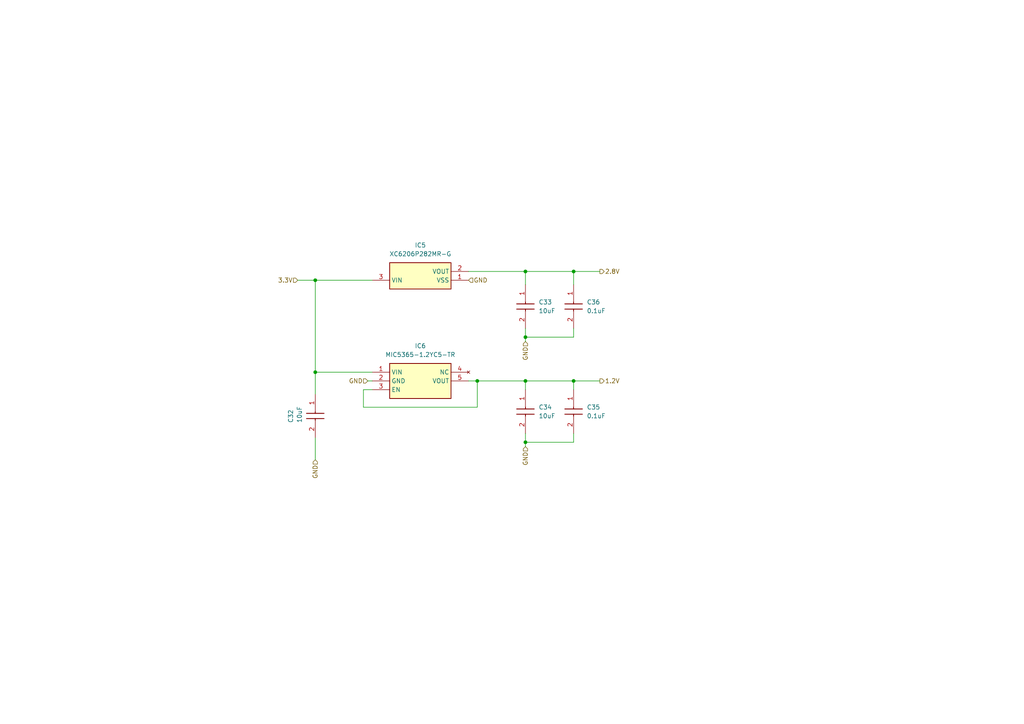
<source format=kicad_sch>
(kicad_sch (version 20250114) (generator "eeschema") (generator_version "9.0")
  (paper "A4")
  (lib_symbols
    (symbol "SamacSys_Parts:C0603C104K5RACTU" (pin_names (hide yes))
      (property "Reference" "C" (at 8.89 6.35 0))
      (property "Value" "C0603C104K5RACTU" (at 8.89 3.81 0))
      (symbol "C0603C104K5RACTU_1_1"
        (polyline (pts (xy 5.08 0) (xy 5.588 0)) (stroke (width 0.254)))
        (polyline (pts (xy 5.588 2.54) (xy 5.588 -2.54)) (stroke (width 0.254)))
        (polyline (pts (xy 7.112 2.54) (xy 7.112 -2.54)) (stroke (width 0.254)))
        (polyline (pts (xy 7.112 0) (xy 7.62 0)) (stroke (width 0.254)))
        (pin passive line (at 0 0 0) (length 5.08) (name "1") (number "1"))
        (pin passive line (at 12.7 0 180) (length 5.08) (name "2") (number "2"))
      )
    )
    (symbol "SamacSys_Parts:CL21A106KAYNNNE" (pin_names (hide yes))
      (property "Reference" "C" (at 8.89 6.35 0))
      (property "Value" "CL21A106KAYNNNE" (at 8.89 3.81 0))
      (symbol "CL21A106KAYNNNE_1_1"
        (polyline (pts (xy 5.08 0) (xy 5.588 0)) (stroke (width 0.254)))
        (polyline (pts (xy 5.588 2.54) (xy 5.588 -2.54)) (stroke (width 0.254)))
        (polyline (pts (xy 7.112 2.54) (xy 7.112 -2.54)) (stroke (width 0.254)))
        (polyline (pts (xy 7.112 0) (xy 7.62 0)) (stroke (width 0.254)))
        (pin passive line (at 0 0 0) (length 5.08) (name "1") (number "1"))
        (pin passive line (at 12.7 0 180) (length 5.08) (name "2") (number "2"))
      )
    )
    (symbol "SamacSys_Parts:MIC5365-1.2YC5-TR"
      (property "Reference" "IC" (at 24.13 7.62 0))
      (property "Value" "MIC5365-1.2YC5-TR" (at 24.13 5.08 0))
      (symbol "MIC5365-1.2YC5-TR_1_1"
        (rectangle (start 5.08 2.54) (end 22.86 -7.62) (stroke (width 0.254)) (fill (type background)))
        (pin passive line (at 0 0 0) (length 5.08) (name "VIN") (number "1"))
        (pin passive line (at 0 -2.54 0) (length 5.08) (name "GND") (number "2"))
        (pin passive line (at 0 -5.08 0) (length 5.08) (name "EN") (number "3"))
        (pin no_connect line (at 27.94 0 180) (length 5.08) (name "NC") (number "4"))
        (pin passive line (at 27.94 -2.54 180) (length 5.08) (name "VOUT") (number "5"))
      )
    )
    (symbol "SamacSys_Parts:XC6206P282MR-G"
      (property "Reference" "IC" (at 24.13 7.62 0))
      (property "Value" "XC6206P282MR-G" (at 24.13 5.08 0))
      (symbol "XC6206P282MR-G_1_1"
        (rectangle (start 5.08 2.54) (end 22.86 -5.08) (stroke (width 0.254)) (fill (type background)))
        (pin passive line (at 0 0 0) (length 5.08) (name "VSS") (number "1"))
        (pin passive line (at 0 -2.54 0) (length 5.08) (name "VOUT") (number "2"))
        (pin passive line (at 27.94 0 180) (length 5.08) (name "VIN") (number "3"))
      )
    )
  )
  (junction (at 91.44 107.95))
  (junction (at 152.4 128.27))
  (junction (at 166.37 78.74))
  (junction (at 152.4 78.74))
  (junction (at 91.44 81.28))
  (junction (at 138.43 110.49))
  (junction (at 166.37 110.49))
  (junction (at 152.4 110.49))
  (junction (at 152.4 97.79))
  (wire (pts (xy 152.4 78.74) (xy 135.89 78.74)))
  (wire (pts (xy 152.4 97.79) (xy 166.37 97.79)))
  (wire (pts (xy 105.41 113.03) (xy 107.95 113.03)))
  (wire (pts (xy 152.4 128.27) (xy 166.37 128.27)))
  (wire (pts (xy 152.4 82.55) (xy 152.4 78.74)))
  (wire (pts (xy 105.41 113.03) (xy 105.41 118.11)))
  (wire (pts (xy 152.4 113.03) (xy 152.4 110.49)))
  (wire (pts (xy 152.4 128.27) (xy 152.4 125.73)))
  (wire (pts (xy 166.37 125.73) (xy 166.37 128.27)))
  (wire (pts (xy 105.41 118.11) (xy 138.43 118.11)))
  (wire (pts (xy 152.4 110.49) (xy 166.37 110.49)))
  (wire (pts (xy 152.4 78.74) (xy 166.37 78.74)))
  (wire (pts (xy 91.44 107.95) (xy 91.44 114.3)))
  (wire (pts (xy 166.37 82.55) (xy 166.37 78.74)))
  (wire (pts (xy 152.4 97.79) (xy 152.4 95.25)))
  (wire (pts (xy 138.43 118.11) (xy 138.43 110.49)))
  (wire (pts (xy 91.44 107.95) (xy 107.95 107.95)))
  (wire (pts (xy 166.37 95.25) (xy 166.37 97.79)))
  (wire (pts (xy 91.44 127) (xy 91.44 133.35)))
  (wire (pts (xy 166.37 110.49) (xy 173.99 110.49)))
  (wire (pts (xy 86.36 81.28) (xy 91.44 81.28)))
  (wire (pts (xy 152.4 129.54) (xy 152.4 128.27)))
  (wire (pts (xy 152.4 99.06) (xy 152.4 97.79)))
  (wire (pts (xy 135.89 110.49) (xy 138.43 110.49)))
  (wire (pts (xy 166.37 113.03) (xy 166.37 110.49)))
  (wire (pts (xy 106.68 110.49) (xy 107.95 110.49)))
  (wire (pts (xy 138.43 110.49) (xy 152.4 110.49)))
  (wire (pts (xy 91.44 81.28) (xy 107.95 81.28)))
  (wire (pts (xy 166.37 78.74) (xy 173.99 78.74)))
  (wire (pts (xy 91.44 81.28) (xy 91.44 107.95)))
  (hierarchical_label "2.8V" (shape output) (at 173.99 78.74 0))
  (hierarchical_label "GND" (shape input) (at 135.89 81.28 0))
  (hierarchical_label "GND" (shape input) (at 91.44 133.35 270))
  (hierarchical_label "GND" (shape input) (at 152.4 129.54 270))
  (hierarchical_label "GND" (shape input) (at 106.68 110.49 180))
  (hierarchical_label "1.2V" (shape output) (at 173.99 110.49 0))
  (hierarchical_label "3.3V" (shape input) (at 86.36 81.28 180))
  (hierarchical_label "GND" (shape input) (at 152.4 99.06 270))
  (symbol (lib_id "SamacSys_Parts:CL21A106KAYNNNE") (at 152.4 82.55 270) (unit 1)
    (property "Reference" "C33" (at 156.21 87.6299 90) (effects (justify left)))
    (property "Value" "10uF" (at 156.21 90.1699 90) (effects (justify left)))
    (property "Footprint" "CAPC2012X145N" (effects (hide yes)))
    (property "Datasheet" "https://datasheet.datasheetarchive.com/originals/distributors/Datasheets_SAMA/6a45835c9b7400e9b49c55c38a8ff4a2.pdf" (effects (hide yes)))
    (property "Description" "Samsung" (effects (hide yes)))
    (property "Height" "1.45" (effects (hide yes)))
    (property "Manufacturer_Name" "SAMSUNG" (effects (hide yes)))
    (property "Manufacturer_Part_Number" "CL21A106KAYNNNE" (effects (hide yes)))
    (property "Mouser Part Number" "187-CL21A106KAYNNNE" (effects (hide yes)))
    (property "Mouser Price/Stock" "https://www.mouser.co.uk/ProductDetail/Samsung-Electro-Mechanics/CL21A106KAYNNNE?qs=yOVawPpwOwmTXAd4dJtNjA%3D%3D" (effects (hide yes)))
    (property "Arrow Part Number" "CL21A106KAYNNNE" (effects (hide yes)))
    (property "Arrow Price/Stock" "https://www.arrow.com/en/products/cl21a106kaynnne/samsung-electro-mechanics?utm_currency=USD&region=nac" (effects (hide yes)))
  )
  (symbol (lib_id "SamacSys_Parts:MIC5365-1.2YC5-TR") (at 107.95 107.95 0) (unit 1)
    (property "Reference" "IC6" (at 121.92 100.33 0))
    (property "Value" "MIC5365-1.2YC5-TR" (at 121.92 102.87 0))
    (property "Footprint" "SOT65P210X110-5N" (effects (hide yes)))
    (property "Datasheet" "http://www.microchip.com/mymicrochip/filehandler.aspx?ddocname=en580022" (effects (hide yes)))
    (property "Description" "LDO Voltage Regulators Ultra Small Single 150mA LDO" (effects (hide yes)))
    (property "Height" "1.1" (effects (hide yes)))
    (property "Manufacturer_Name" "Microchip" (effects (hide yes)))
    (property "Manufacturer_Part_Number" "MIC5365-1.2YC5-TR" (effects (hide yes)))
    (property "Mouser Part Number" "998-MIC5365-1.2YC5TR" (effects (hide yes)))
    (property "Mouser Price/Stock" "https://www.mouser.co.uk/ProductDetail/Microchip-Technology/MIC5365-1.2YC5-TR?qs=U6T8BxXiZAVvXvc3oHLLAQ%3D%3D" (effects (hide yes)))
    (property "Arrow Part Number" "MIC5365-1.2YC5-TR" (effects (hide yes)))
    (property "Arrow Price/Stock" "https://www.arrow.com/en/products/mic5365-1.2yc5-tr/microchip-technology?region=nac" (effects (hide yes)))
  )
  (symbol (lib_id "SamacSys_Parts:XC6206P282MR-G") (at 135.89 81.28 180) (unit 1)
    (property "Reference" "IC5" (at 121.92 71.12 0))
    (property "Value" "XC6206P282MR-G" (at 121.92 73.66 0))
    (property "Footprint" "SOT95P280X130-3N" (effects (hide yes)))
    (property "Datasheet" "https://www.torexsemi.com/file/xc6206/XC6206.pdf" (effects (hide yes)))
    (property "Description" "LDO Voltage Regulators 1uA Low Quiescent 3 Terminal, Low ESR Cap. Compatible, Voltage Regulator" (effects (hide yes)))
    (property "Height" "1.3" (effects (hide yes)))
    (property "Manufacturer_Name" "Torex" (effects (hide yes)))
    (property "Manufacturer_Part_Number" "XC6206P282MR-G" (effects (hide yes)))
    (property "Mouser Part Number" "865-XC6206P282MR-G" (effects (hide yes)))
    (property "Mouser Price/Stock" "https://www.mouser.co.uk/ProductDetail/Torex-Semiconductor/XC6206P282MR-G?qs=AsjdqWjXhJ%2Fpd3DOBopSeA%3D%3D" (effects (hide yes)))
  )
  (symbol (lib_id "SamacSys_Parts:CL21A106KAYNNNE") (at 152.4 113.03 270) (unit 1)
    (property "Reference" "C34" (at 156.21 118.1099 90) (effects (justify left)))
    (property "Value" "10uF" (at 156.21 120.6499 90) (effects (justify left)))
    (property "Footprint" "CAPC2012X145N" (effects (hide yes)))
    (property "Datasheet" "https://datasheet.datasheetarchive.com/originals/distributors/Datasheets_SAMA/6a45835c9b7400e9b49c55c38a8ff4a2.pdf" (effects (hide yes)))
    (property "Description" "Samsung" (effects (hide yes)))
    (property "Height" "1.45" (effects (hide yes)))
    (property "Manufacturer_Name" "SAMSUNG" (effects (hide yes)))
    (property "Manufacturer_Part_Number" "CL21A106KAYNNNE" (effects (hide yes)))
    (property "Mouser Part Number" "187-CL21A106KAYNNNE" (effects (hide yes)))
    (property "Mouser Price/Stock" "https://www.mouser.co.uk/ProductDetail/Samsung-Electro-Mechanics/CL21A106KAYNNNE?qs=yOVawPpwOwmTXAd4dJtNjA%3D%3D" (effects (hide yes)))
    (property "Arrow Part Number" "CL21A106KAYNNNE" (effects (hide yes)))
    (property "Arrow Price/Stock" "https://www.arrow.com/en/products/cl21a106kaynnne/samsung-electro-mechanics?utm_currency=USD&region=nac" (effects (hide yes)))
  )
  (symbol (lib_id "SamacSys_Parts:C0603C104K5RACTU") (at 166.37 113.03 270) (unit 1)
    (property "Reference" "C35" (at 170.18 118.1099 90) (effects (justify left)))
    (property "Value" "0.1uF" (at 170.18 120.6499 90) (effects (justify left)))
    (property "Footprint" "C0603" (effects (hide yes)))
    (property "Datasheet" "https://content.kemet.com/datasheets/KEM_C1002_X7R_SMD.pdf" (effects (hide yes)))
    (property "Description" "SMD Comm X7R, Ceramic, 0.1 uF, 10%, 50 VDC, 125 VDC, 125C, -55C, X7R, SMD, MLCC, Temperature Stable, Class II, 2.5 % , 5 GOhms, 7.3 mg, 0603, 1.6mm, 0.8mm, 0.8mm, 0.7mm, 0.35mm, 4000, 78  Weeks, 80" (effects (hide yes)))
    (property "Height" "0.87" (effects (hide yes)))
    (property "Manufacturer_Name" "KEMET" (effects (hide yes)))
    (property "Manufacturer_Part_Number" "C0603C104K5RACTU" (effects (hide yes)))
    (property "Mouser Part Number" "80-C0603C104K5R" (effects (hide yes)))
    (property "Mouser Price/Stock" "https://www.mouser.co.uk/ProductDetail/KEMET/C0603C104K5RACTU?qs=l5k%252BbMnNDkkVcnZPSAaaiQ%3D%3D" (effects (hide yes)))
    (property "Arrow Part Number" "C0603C104K5RACTU" (effects (hide yes)))
    (property "Arrow Price/Stock" "https://www.arrow.com/en/products/c0603c104k5ractu/kemet-corporation?utm_currency=USD&region=nac" (effects (hide yes)))
  )
  (symbol (lib_id "SamacSys_Parts:CL21A106KAYNNNE") (at 91.44 114.3 270) (unit 1)
    (property "Reference" "C32" (at 84.328 122.682 0) (effects (justify right)))
    (property "Value" "10uF" (at 86.868 122.682 0) (effects (justify right)))
    (property "Footprint" "CAPC2012X145N" (effects (hide yes)))
    (property "Datasheet" "https://datasheet.datasheetarchive.com/originals/distributors/Datasheets_SAMA/6a45835c9b7400e9b49c55c38a8ff4a2.pdf" (effects (hide yes)))
    (property "Description" "Samsung" (effects (hide yes)))
    (property "Height" "1.45" (effects (hide yes)))
    (property "Manufacturer_Name" "SAMSUNG" (effects (hide yes)))
    (property "Manufacturer_Part_Number" "CL21A106KAYNNNE" (effects (hide yes)))
    (property "Mouser Part Number" "187-CL21A106KAYNNNE" (effects (hide yes)))
    (property "Mouser Price/Stock" "https://www.mouser.co.uk/ProductDetail/Samsung-Electro-Mechanics/CL21A106KAYNNNE?qs=yOVawPpwOwmTXAd4dJtNjA%3D%3D" (effects (hide yes)))
    (property "Arrow Part Number" "CL21A106KAYNNNE" (effects (hide yes)))
    (property "Arrow Price/Stock" "https://www.arrow.com/en/products/cl21a106kaynnne/samsung-electro-mechanics?utm_currency=USD&region=nac" (effects (hide yes)))
  )
  (symbol (lib_id "SamacSys_Parts:C0603C104K5RACTU") (at 166.37 82.55 270) (unit 1)
    (property "Reference" "C36" (at 170.18 87.6299 90) (effects (justify left)))
    (property "Value" "0.1uF" (at 170.18 90.1699 90) (effects (justify left)))
    (property "Footprint" "C0603" (effects (hide yes)))
    (property "Datasheet" "https://content.kemet.com/datasheets/KEM_C1002_X7R_SMD.pdf" (effects (hide yes)))
    (property "Description" "SMD Comm X7R, Ceramic, 0.1 uF, 10%, 50 VDC, 125 VDC, 125C, -55C, X7R, SMD, MLCC, Temperature Stable, Class II, 2.5 % , 5 GOhms, 7.3 mg, 0603, 1.6mm, 0.8mm, 0.8mm, 0.7mm, 0.35mm, 4000, 78  Weeks, 80" (effects (hide yes)))
    (property "Height" "0.87" (effects (hide yes)))
    (property "Manufacturer_Name" "KEMET" (effects (hide yes)))
    (property "Manufacturer_Part_Number" "C0603C104K5RACTU" (effects (hide yes)))
    (property "Mouser Part Number" "80-C0603C104K5R" (effects (hide yes)))
    (property "Mouser Price/Stock" "https://www.mouser.co.uk/ProductDetail/KEMET/C0603C104K5RACTU?qs=l5k%252BbMnNDkkVcnZPSAaaiQ%3D%3D" (effects (hide yes)))
    (property "Arrow Part Number" "C0603C104K5RACTU" (effects (hide yes)))
    (property "Arrow Price/Stock" "https://www.arrow.com/en/products/c0603c104k5ractu/kemet-corporation?utm_currency=USD&region=nac" (effects (hide yes)))
  )
)
</source>
